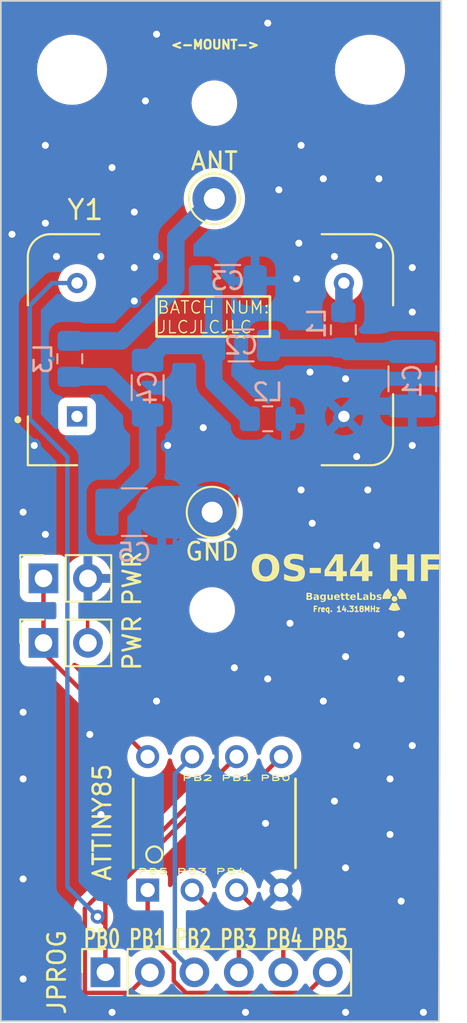
<source format=kicad_pcb>
(kicad_pcb (version 20221018) (generator pcbnew)
  (layers (0 "F.Cu" signal) (31 "B.Cu" signal) (34 "B.Paste" user) (35 "F.Paste" user) (36 "B.SilkS" user "B.Silkscreen") (37 "F.SilkS" user "F.Silkscreen") (38 "B.Mask" user) (39 "F.Mask" user) (44 "Edge.Cuts" user))
  (net 0 "")
  (net 1 "Net-(56pF1-Pad1)")
  (net 2 "GND")
  (net 3 "Net-(C2-Pad2)")
  (net 4 "Net-(C4-Pad2)")
  (net 5 "VCC")
  (net 6 "PB0")
  (net 7 "PB1")
  (net 8 "PB2")
  (net 9 "PB3")
  (net 10 "PB4")
  (net 11 "PB5")
  (net 12 "RF_OUT")
  (net 13 "HF_MOD")
  (footprint "OS44:OSC_ECS-100A-143" (layer "F.Cu") (at 141.51 82.795)
    (fp_text reference "Y1" (at -7.14785 -7.99029) (layer "F.SilkS") (effects (font (size 1.125654 1.125654))))
    (fp_text value "ECS-100A-143" hide)
    (fp_line (start -10.43 -5.3) (end -10.43 -2.54) (stroke (width 0.127)) (layer "F.SilkS"))
    (fp_line (start -10.43 3.81) (end -10.43 6.6) (stroke (width 0.127)) (layer "F.SilkS"))
    (fp_line (start -10.43 6.6) (end -7.62 6.6) (stroke (width 0.127)) (layer "F.SilkS"))
    (fp_line (start -6.35 -6.6) (end -9.15 -6.6) (stroke (width 0.127)) (layer "F.SilkS"))
    (fp_line (start 6.35 -6.6) (end 9.15 -6.6) (stroke (width 0.127)) (layer "F.SilkS"))
    (fp_line (start 6.35 6.6) (end 9.15 6.6) (stroke (width 0.127)) (layer "F.SilkS"))
    (fp_line (start 10.43 -5.3) (end 10.43 -2.54) (stroke (width 0.127)) (layer "F.SilkS"))
    (fp_line (start 10.43 5.3) (end 10.43 2.54) (stroke (width 0.127)) (layer "F.SilkS"))
    (fp_arc (start -10.43 -5.3) (mid -10.059239 -6.215097) (end -9.15 -6.6) (stroke (width 0.127)) (layer "F.SilkS"))
    (fp_arc (start 9.15 -6.6) (mid 10.059239 -6.215097) (end 10.43 -5.3) (stroke (width 0.127)) (layer "F.SilkS"))
    (fp_arc (start 10.43 5.3) (mid 10.059239 6.215097) (end 9.15 6.6) (stroke (width 0.127)) (layer "F.SilkS"))
    (fp_circle (center -11 4) (end -10.9 4) (stroke (width 0.2)) (fill none) (layer "F.SilkS"))
    (pad "1" thru_hole rect (at -7.62 3.81) (size 1.158 1.158) (drill 0.65) (layers "*.Cu" "*.Mask"))
    (pad "7" thru_hole circle (at 7.62 3.81) (size 1.158 1.158) (drill 0.65) (layers "*.Cu" "*.Mask") (net 2 "GND"))
    (pad "8" thru_hole circle (at 7.62 -3.81) (size 1.158 1.158) (drill 0.65) (layers "*.Cu" "*.Mask") (net 13 "HF_MOD"))
    (pad "14" thru_hole circle (at -7.62 -3.81) (size 1.158 1.158) (drill 0.65) (layers "*.Cu" "*.Mask") (net 6 "PB0"))
  )
  (footprint "OS44:ATTINY85" (layer "F.Cu") (at 141.732 109.855 90)
    (fp_text reference "ATTINY85" (at 0.05901 -6.40481 90) (layer "F.SilkS") (effects (font (size 1.000126 1.000126))))
    (fp_text value "ATTINY85-20PU")
    (fp_line (start -2.54 -4.635) (end 2.54 -4.635) (stroke (width 0.1524)) (layer "F.SilkS"))
    (fp_line (start 2.54 4.635) (end -2.54 4.635) (stroke (width 0.1524)) (layer "F.SilkS"))
    (fp_circle (center -1.778 -3.429) (end -1.320097 -3.429) (stroke (width 0.127)) (fill none) (layer "F.SilkS"))
    (pad "1" thru_hole rect (at -3.81 -3.81 90) (size 1.3208 1.3208) (drill 0.8128) (layers "*.Cu" "*.Mask") (net 11 "PB5"))
    (pad "2" thru_hole circle (at -3.81 -1.27 90) (size 1.3208 1.3208) (drill 0.8128) (layers "*.Cu" "*.Mask") (net 9 "PB3"))
    (pad "3" thru_hole circle (at -3.81 1.27 90) (size 1.3208 1.3208) (drill 0.8128) (layers "*.Cu" "*.Mask") (net 10 "PB4"))
    (pad "4" thru_hole circle (at -3.81 3.81 90) (size 1.3208 1.3208) (drill 0.8128) (layers "*.Cu" "*.Mask") (net 2 "GND"))
    (pad "5" thru_hole circle (at 3.81 3.81 90) (size 1.3208 1.3208) (drill 0.8128) (layers "*.Cu" "*.Mask") (net 6 "PB0"))
    (pad "6" thru_hole circle (at 3.81 1.27 90) (size 1.3208 1.3208) (drill 0.8128) (layers "*.Cu" "*.Mask") (net 7 "PB1"))
    (pad "7" thru_hole circle (at 3.81 -1.27 90) (size 1.3208 1.3208) (drill 0.8128) (layers "*.Cu" "*.Mask") (net 8 "PB2"))
    (pad "8" thru_hole circle (at 3.81 -3.81 90) (size 1.3208 1.3208) (drill 0.8128) (layers "*.Cu" "*.Mask") (net 5 "VCC"))
  )
  (footprint "MountingHole:MountingHole_2.1mm" (layer "F.Cu") (at 141.605 97.663)
    (fp_text reference "REF**" hide)
    (fp_text value "MountingHole_2.1mm" hide)
    (pad "" np_thru_hole circle (at 0 0) (size 2.1 2.1) (drill 2.1) (layers "F&B.Cu" "*.Mask"))
  )
  (footprint "MountingHole:MountingHole_3.5mm" (layer "F.Cu") (at 133.604 66.802)
    (fp_text reference "REF**" hide)
    (fp_text value "MountingHole_3.5mm" hide)
    (pad "" np_thru_hole circle (at 0 0) (size 3.5 3.5) (drill 3.5) (layers "F&B.Cu" "*.Mask"))
  )
  (footprint "Connector_PinSocket_2.54mm:PinSocket_1x06_P2.54mm_Vertical" (layer "F.Cu") (at 135.509 118.364 90)
    (fp_text reference "JPROG" (at 0 -2.77 90) (layer "F.SilkS"))
    (fp_text value "PROG")
    (fp_line (start -1.33 1.27) (end -1.33 14.03) (stroke (width 0.12)) (layer "F.SilkS"))
    (fp_line (start -1.33 1.27) (end 1.33 1.27) (stroke (width 0.12)) (layer "F.SilkS"))
    (fp_line (start -1.33 14.03) (end 1.33 14.03) (stroke (width 0.12)) (layer "F.SilkS"))
    (fp_line (start 0 -1.33) (end 1.33 -1.33) (stroke (width 0.12)) (layer "F.SilkS"))
    (fp_line (start 1.33 -1.33) (end 1.33 0) (stroke (width 0.12)) (layer "F.SilkS"))
    (fp_line (start 1.33 1.27) (end 1.33 14.03) (stroke (width 0.12)) (layer "F.SilkS"))
    (pad "1" thru_hole rect (at 0 0 90) (size 1.7 1.7) (drill 1) (layers "*.Cu" "*.Mask") (net 6 "PB0"))
    (pad "2" thru_hole oval (at 0 2.54 90) (size 1.7 1.7) (drill 1) (layers "*.Cu" "*.Mask") (net 7 "PB1"))
    (pad "3" thru_hole oval (at 0 5.08 90) (size 1.7 1.7) (drill 1) (layers "*.Cu" "*.Mask") (net 8 "PB2"))
    (pad "4" thru_hole oval (at 0 7.62 90) (size 1.7 1.7) (drill 1) (layers "*.Cu" "*.Mask") (net 9 "PB3"))
    (pad "5" thru_hole oval (at 0 10.16 90) (size 1.7 1.7) (drill 1) (layers "*.Cu" "*.Mask") (net 10 "PB4"))
    (pad "6" thru_hole oval (at 0 12.7 90) (size 1.7 1.7) (drill 1) (layers "*.Cu" "*.Mask") (net 11 "PB5"))
  )
  (footprint "TestPoint:TestPoint_THTPad_D2.5mm_Drill1.2mm" (layer "F.Cu") (at 141.732 74.168)
    (fp_text reference "ANT" (at 0 -2.148) (layer "F.SilkS"))
    (fp_text value "ANT")
    (fp_circle (center 0 0) (end 0 1.45) (stroke (width 0.12)) (fill none) (layer "F.SilkS"))
    (pad "1" thru_hole circle (at 0 0) (size 2.5 2.5) (drill 1.2) (layers "*.Cu" "*.Mask") (net 12 "RF_OUT"))
  )
  (footprint "MountingHole:MountingHole_2.1mm" (layer "F.Cu") (at 141.732 68.707)
    (fp_text reference "REF**" hide)
    (fp_text value "MountingHole_2.1mm" hide)
    (pad "" np_thru_hole circle (at 0 0) (size 2.1 2.1) (drill 2.1) (layers "*.Cu" "*.Mask"))
  )
  (footprint "Connector_PinSocket_2.54mm:PinSocket_1x02_P2.54mm_Vertical" (layer "F.Cu") (at 131.973 95.86 90)
    (fp_text reference "PWR" (at 0 5.06 90) (layer "F.SilkS"))
    (fp_text value "PWR")
    (fp_line (start -1.33 1.27) (end -1.33 3.87) (stroke (width 0.12)) (layer "F.SilkS"))
    (fp_line (start -1.33 1.27) (end 1.33 1.27) (stroke (width 0.12)) (layer "F.SilkS"))
    (fp_line (start -1.33 3.87) (end 1.33 3.87) (stroke (width 0.12)) (layer "F.SilkS"))
    (fp_line (start 0 -1.33) (end 1.33 -1.33) (stroke (width 0.12)) (layer "F.SilkS"))
    (fp_line (start 1.33 -1.33) (end 1.33 0) (stroke (width 0.12)) (layer "F.SilkS"))
    (fp_line (start 1.33 1.27) (end 1.33 3.87) (stroke (width 0.12)) (layer "F.SilkS"))
    (pad "1" thru_hole rect (at 0 0 90) (size 1.7 1.7) (drill 1) (layers "*.Cu" "*.Mask") (net 5 "VCC"))
    (pad "2" thru_hole oval (at 0 2.54 90) (size 1.7 1.7) (drill 1) (layers "*.Cu" "*.Mask") (net 2 "GND"))
  )
  (footprint "TestPoint:TestPoint_THTPad_D2.5mm_Drill1.2mm" (layer "F.Cu") (at 141.605 92.075)
    (fp_text reference "J4" hide)
    (fp_text value "GND" (at 0 2.25) (layer "F.SilkS"))
    (fp_circle (center 0 0) (end 0 1.45) (stroke (width 0.12)) (fill none) (layer "F.SilkS"))
    (pad "1" thru_hole circle (at 0 0) (size 2.5 2.5) (drill 1.2) (layers "*.Cu" "*.Mask") (net 2 "GND"))
  )
  (footprint "Connector_PinSocket_2.54mm:PinSocket_1x02_P2.54mm_Vertical" (layer "F.Cu") (at 131.973 99.543 90)
    (fp_text reference "PWR" (at 0 5.06 90) (layer "F.SilkS"))
    (fp_text value "PWR")
    (fp_line (start -1.33 1.27) (end -1.33 3.87) (stroke (width 0.12)) (layer "F.SilkS"))
    (fp_line (start -1.33 1.27) (end 1.33 1.27) (stroke (width 0.12)) (layer "F.SilkS"))
    (fp_line (start -1.33 3.87) (end 1.33 3.87) (stroke (width 0.12)) (layer "F.SilkS"))
    (fp_line (start 0 -1.33) (end 1.33 -1.33) (stroke (width 0.12)) (layer "F.SilkS"))
    (fp_line (start 1.33 -1.33) (end 1.33 0) (stroke (width 0.12)) (layer "F.SilkS"))
    (fp_line (start 1.33 1.27) (end 1.33 3.87) (stroke (width 0.12)) (layer "F.SilkS"))
    (pad "1" thru_hole rect (at 0 0 90) (size 1.7 1.7) (drill 1) (layers "*.Cu" "*.Mask"))
    (pad "2" thru_hole oval (at 0 2.54 90) (size 1.7 1.7) (drill 1) (layers "*.Cu" "*.Mask"))
  )
  (footprint "LOGO" (layer "F.Cu") (at 152.019 97.028)
    (fp_text reference "G***" hide)
    (fp_text value "LOGO" hide)
    (fp_poly (pts (xy 0.035774 -0.157215) (xy 0.071463 -0.144734) (xy 0.075009 -0.142986) (xy 0.096485 -0.128657) (xy 0.1179 -0.108505) (xy 0.136255 -0.085613) (xy 0.144861 -0.071241) (xy 0.151238 -0.055291) (xy 0.156672 -0.035867) (xy 0.158549 -0.026238) (xy 0.160194 0.012352) (xy 0.153289 0.048716) (xy 0.138584 0.081804) (xy 0.116832 0.110568) (xy 0.088783 0.133959) (xy 0.055189 0.150927) (xy 0.025907 0.158976) (xy 0.010785 0.161634) (xy -0.000302 0.163329) (xy -0.004377 0.16369) (xy -0.010067 0.162533) (xy -0.021961 0.15996) (xy -0.032816 0.157564) (xy -0.067089 0.146621) (xy -0.095567 0.12978) (xy -0.115908 0.111031) (xy -0.137908 0.082723) (xy -0.151964 0.053368) (xy -0.158549 0.026238) (xy -0.16026 -0.011725) (xy -0.153807 -0.046987) (xy -0.140193 -0.078822) (xy -0.120418 -0.106505) (xy -0.095487 -0.129309) (xy -0.066399 -0.146508) (xy -0.034159 -0.157376) (xy 0.000233 -0.161187)) (fill solid) (layer "F.SilkS"))
    (fp_poly (pts (xy 0.342012 -0.59733) (xy 0.355107 -0.590049) (xy 0.372197 -0.579313) (xy 0.391559 -0.566247) (xy 0.411472 -0.551976) (xy 0.430214 -0.537626) (xy 0.430617 -0.537304) (xy 0.48911 -0.484668) (xy 0.540829 -0.425888) (xy 0.58542 -0.361655) (xy 0.622529 -0.292657) (xy 0.651802 -0.219584) (xy 0.672886 -0.143126) (xy 0.685426 -0.063972) (xy 0.687695 -0.036332) (xy 0.690564 0.009376) (xy 0.552729 0.008317) (xy 0.512073 0.007977) (xy 0.469427 0.007571) (xy 0.427134 0.007126) (xy 0.387538 0.006667) (xy 0.352984 0.006219) (xy 0.329337 0.005867) (xy 0.24378 0.004477) (xy 0.243711 -0.010654) (xy 0.239452 -0.046518) (xy 0.227815 -0.083861) (xy 0.210036 -0.120463) (xy 0.187353 -0.154104) (xy 0.161003 -0.182563) (xy 0.138197 -0.200054) (xy 0.126695 -0.207901) (xy 0.119592 -0.213879) (xy 0.118383 -0.215961) (xy 0.122884 -0.22511) (xy 0.131153 -0.240799) (xy 0.14264 -0.262049) (xy 0.156795 -0.287885) (xy 0.173068 -0.317329) (xy 0.190909 -0.349404) (xy 0.209768 -0.383134) (xy 0.229094 -0.417543) (xy 0.248339 -0.451652) (xy 0.266951 -0.484485) (xy 0.284381 -0.515066) (xy 0.300079 -0.542418) (xy 0.313495 -0.565563) (xy 0.324079 -0.583525) (xy 0.33128 -0.595327) (xy 0.334549 -0.599992) (xy 0.334635 -0.600029)) (fill solid) (layer "F.SilkS"))
    (fp_poly (pts (xy -0.35169 -0.5868) (xy -0.344559 -0.575654) (xy -0.333653 -0.558081) (xy -0.319474 -0.534902) (xy -0.302522 -0.506939) (xy -0.283298 -0.475011) (xy -0.262302 -0.43994) (xy -0.248072 -0.416066) (xy -0.225833 -0.378698) (xy -0.204776 -0.343325) (xy -0.18545 -0.310869) (xy -0.168406 -0.282255) (xy -0.154193 -0.258404) (xy -0.143361 -0.240239) (xy -0.136459 -0.228682) (xy -0.134492 -0.225402) (xy -0.124828 -0.209368) (xy -0.136251 -0.202242) (xy -0.145067 -0.195493) (xy -0.157818 -0.184237) (xy -0.171956 -0.170741) (xy -0.173937 -0.168765) (xy -0.201156 -0.135283) (xy -0.222512 -0.096197) (xy -0.236705 -0.054093) (xy -0.240075 -0.037053) (xy -0.245664 -0.00144) (xy -0.350962 0.001624) (xy -0.388532 0.002555) (xy -0.432149 0.003373) (xy -0.478481 0.00403) (xy -0.524199 0.004482) (xy -0.565972 0.004683) (xy -0.573408 0.004688) (xy -0.690557 0.004688) (xy -0.687431 -0.043005) (xy -0.677573 -0.122218) (xy -0.658568 -0.199734) (xy -0.630557 -0.275145) (xy -0.59368 -0.348044) (xy -0.568239 -0.389081) (xy -0.550637 -0.412873) (xy -0.52738 -0.440363) (xy -0.500343 -0.469658) (xy -0.471397 -0.498864) (xy -0.442416 -0.526088) (xy -0.415272 -0.549438) (xy -0.393032 -0.56621) (xy -0.377088 -0.576901) (xy -0.364181 -0.585226) (xy -0.356165 -0.590005) (xy -0.354546 -0.590697)) (fill solid) (layer "F.SilkS"))
    (fp_poly (pts (xy -0.10311 0.220354) (xy -0.067699 0.233799) (xy -0.027882 0.241106) (xy 0.013534 0.242128) (xy 0.053742 0.236717) (xy 0.077353 0.229879) (xy 0.093603 0.22436) (xy 0.107371 0.220331) (xy 0.114511 0.218841) (xy 0.117488 0.220051) (xy 0.121927 0.224528) (xy 0.128199 0.232877) (xy 0.136674 0.245701) (xy 0.147726 0.263606) (xy 0.161723 0.287196) (xy 0.179039 0.317075) (xy 0.200043 0.353848) (xy 0.225108 0.398119) (xy 0.230605 0.407863) (xy 0.256056 0.452865) (xy 0.277285 0.490362) (xy 0.294511 0.521107) (xy 0.30795 0.545852) (xy 0.317822 0.565352) (xy 0.324343 0.580359) (xy 0.327732 0.591626) (xy 0.328207 0.599906) (xy 0.325985 0.605953) (xy 0.321285 0.61052) (xy 0.314324 0.61436) (xy 0.30532 0.618225) (xy 0.294491 0.622869) (xy 0.293005 0.623549) (xy 0.248663 0.641935) (xy 0.19989 0.658594) (xy 0.151632 0.671892) (xy 0.136887 0.675216) (xy 0.109902 0.679665) (xy 0.076736 0.68322) (xy 0.040052 0.685771) (xy 0.002512 0.687208) (xy -0.033221 0.68742) (xy -0.064484 0.686298) (xy -0.084385 0.684379) (xy -0.165479 0.668423) (xy -0.243967 0.643594) (xy -0.303553 0.617882) (xy -0.320519 0.609171) (xy -0.333699 0.601512) (xy -0.3412 0.596051) (xy -0.34223 0.5945) (xy -0.339971 0.5899) (xy -0.333574 0.578177) (xy -0.323604 0.560316) (xy -0.310626 0.537305) (xy -0.295206 0.510128) (xy -0.277911 0.479774) (xy -0.259306 0.447227) (xy -0.239957 0.413475) (xy -0.220431 0.379505) (xy -0.201291 0.346301) (xy -0.183106 0.314852) (xy -0.16644 0.286142) (xy -0.151859 0.261159) (xy -0.139929 0.240889) (xy -0.131216 0.226319) (xy -0.128245 0.221482) (xy -0.121634 0.210904)) (fill solid) (layer "F.SilkS"))
  )
  (footprint "MountingHole:MountingHole_3.5mm" (layer "F.Cu") (at 150.622 66.802)
    (fp_text reference "REF**" hide)
    (fp_text value "MountingHole_3.5mm" hide)
    (pad "" np_thru_hole circle (at 0 0) (size 3.5 3.5) (drill 3.5) (layers "F&B.Cu" "*.Mask"))
  )
  (footprint "Capacitor_SMD:C_1206_3216Metric_Pad1.33x1.80mm_HandSolder" (layer "B.Cu") (at 143.256 82.55 180)
    (fp_text reference "C2" (at 0 0) (layer "B.SilkS") (effects (justify mirror)))
    (fp_text value "18pF")
    (fp_line (start -0.711252 -0.91) (end 0.711252 -0.91) (stroke (width 0.12)) (layer "B.SilkS"))
    (fp_line (start -0.711252 0.91) (end 0.711252 0.91) (stroke (width 0.12)) (layer "B.SilkS"))
    (pad "1" smd roundrect (at -1.5625 0 180) (size 1.325 1.8) (layers "B.Cu" "B.Paste" "B.Mask") (roundrect_rratio 0.1886792453) (net 1 "Net-(56pF1-Pad1)"))
    (pad "2" smd roundrect (at 1.5625 0 180) (size 1.325 1.8) (layers "B.Cu" "B.Paste" "B.Mask") (roundrect_rratio 0.1886792453) (net 3 "Net-(C2-Pad2)"))
  )
  (footprint "Inductor_SMD:L_0805_2012Metric_Pad1.15x1.40mm_HandSolder" (layer "B.Cu") (at 149.098 81.661 -90)
    (fp_text reference "L1" (at -0.381 1.524 90) (layer "B.SilkS") (effects (justify mirror)))
    (fp_text value "1.5uH")
    (fp_line (start -0.261252 -0.71) (end 0.261252 -0.71) (stroke (width 0.12)) (layer "B.SilkS"))
    (fp_line (start -0.261252 0.71) (end 0.261252 0.71) (stroke (width 0.12)) (layer "B.SilkS"))
    (pad "1" smd roundrect (at -1.025 0 270) (size 1.15 1.4) (layers "B.Cu" "B.Paste" "B.Mask") (roundrect_rratio 0.2173913043) (net 13 "HF_MOD"))
    (pad "2" smd roundrect (at 1.025 0 270) (size 1.15 1.4) (layers "B.Cu" "B.Paste" "B.Mask") (roundrect_rratio 0.2173913043) (net 1 "Net-(56pF1-Pad1)"))
  )
  (footprint "Inductor_SMD:L_0805_2012Metric_Pad1.15x1.40mm_HandSolder" (layer "B.Cu") (at 133.477 83.312 90)
    (fp_text reference "L3" (at 0 -1.524 90) (layer "B.SilkS") (effects (justify mirror)))
    (fp_text value "1.5uH")
    (fp_line (start -0.261252 -0.71) (end 0.261252 -0.71) (stroke (width 0.12)) (layer "B.SilkS"))
    (fp_line (start -0.261252 0.71) (end 0.261252 0.71) (stroke (width 0.12)) (layer "B.SilkS"))
    (pad "1" smd roundrect (at -1.025 0 90) (size 1.15 1.4) (layers "B.Cu" "B.Paste" "B.Mask") (roundrect_rratio 0.2173913043) (net 4 "Net-(C4-Pad2)"))
    (pad "2" smd roundrect (at 1.025 0 90) (size 1.15 1.4) (layers "B.Cu" "B.Paste" "B.Mask") (roundrect_rratio 0.2173913043) (net 12 "RF_OUT"))
  )
  (footprint "Inductor_SMD:L_0805_2012Metric_Pad1.15x1.40mm_HandSolder" (layer "B.Cu") (at 144.78 86.741)
    (fp_text reference "L2" (at 0 -1.524) (layer "B.SilkS") (effects (justify mirror)))
    (fp_text value "1.5uH")
    (fp_line (start -0.261252 -0.71) (end 0.261252 -0.71) (stroke (width 0.12)) (layer "B.SilkS"))
    (fp_line (start -0.261252 0.71) (end 0.261252 0.71) (stroke (width 0.12)) (layer "B.SilkS"))
    (pad "1" smd roundrect (at -1.025 0) (size 1.15 1.4) (layers "B.Cu" "B.Paste" "B.Mask") (roundrect_rratio 0.2173913043) (net 3 "Net-(C2-Pad2)"))
    (pad "2" smd roundrect (at 1.025 0) (size 1.15 1.4) (layers "B.Cu" "B.Paste" "B.Mask") (roundrect_rratio 0.2173913043) (net 2 "GND"))
  )
  (footprint "Capacitor_SMD:C_1206_3216Metric_Pad1.33x1.80mm_HandSolder" (layer "B.Cu") (at 137.922 84.963 -90)
    (fp_text reference "C4" (at 0 0 90) (layer "B.SilkS") (effects (justify mirror)))
    (fp_text value "18pF")
    (fp_line (start -0.711252 -0.91) (end 0.711252 -0.91) (stroke (width 0.12)) (layer "B.SilkS"))
    (fp_line (start -0.711252 0.91) (end 0.711252 0.91) (stroke (width 0.12)) (layer "B.SilkS"))
    (pad "1" smd roundrect (at -1.5625 0 270) (size 1.325 1.8) (layers "B.Cu" "B.Paste" "B.Mask") (roundrect_rratio 0.1886792453) (net 3 "Net-(C2-Pad2)"))
    (pad "2" smd roundrect (at 1.5625 0 270) (size 1.325 1.8) (layers "B.Cu" "B.Paste" "B.Mask") (roundrect_rratio 0.1886792453) (net 4 "Net-(C4-Pad2)"))
  )
  (footprint "Capacitor_SMD:C_1206_3216Metric_Pad1.33x1.80mm_HandSolder" (layer "B.Cu") (at 142.494 78.867)
    (fp_text reference "C3" (at 0 0) (layer "B.SilkS") (effects (justify mirror)))
    (fp_text value "47pF")
    (fp_line (start -0.711252 -0.91) (end 0.711252 -0.91) (stroke (width 0.12)) (layer "B.SilkS"))
    (fp_line (start -0.711252 0.91) (end 0.711252 0.91) (stroke (width 0.12)) (layer "B.SilkS"))
    (pad "1" smd roundrect (at -1.5625 0) (size 1.325 1.8) (layers "B.Cu" "B.Paste" "B.Mask") (roundrect_rratio 0.1886792453) (net 3 "Net-(C2-Pad2)"))
    (pad "2" smd roundrect (at 1.5625 0) (size 1.325 1.8) (layers "B.Cu" "B.Paste" "B.Mask") (roundrect_rratio 0.1886792453) (net 2 "GND"))
  )
  (footprint "Capacitor_SMD:C_1210_3225Metric_Pad1.33x2.70mm_HandSolder" (layer "B.Cu") (at 137.16 92.075)
    (fp_text reference "C5" (at 0 2.3) (layer "B.SilkS") (effects (justify mirror)))
    (fp_text value "56pF")
    (fp_line (start -0.711252 -1.36) (end 0.711252 -1.36) (stroke (width 0.12)) (layer "B.SilkS"))
    (fp_line (start -0.711252 1.36) (end 0.711252 1.36) (stroke (width 0.12)) (layer "B.SilkS"))
    (pad "1" smd roundrect (at -1.5625 0) (size 1.325 2.7) (layers "B.Cu" "B.Paste" "B.Mask") (roundrect_rratio 0.1886792453) (net 4 "Net-(C4-Pad2)"))
    (pad "2" smd roundrect (at 1.5625 0) (size 1.325 2.7) (layers "B.Cu" "B.Paste" "B.Mask") (roundrect_rratio 0.1886792453) (net 2 "GND"))
  )
  (footprint "Capacitor_SMD:C_1210_3225Metric_Pad1.33x2.70mm_HandSolder" (layer "B.Cu") (at 153.035 84.455 -90)
    (fp_text reference "C1" (at 0.127 0 90) (layer "B.SilkS") (effects (justify mirror)))
    (fp_text value "C")
    (fp_line (start -0.711252 -1.36) (end 0.711252 -1.36) (stroke (width 0.12)) (layer "B.SilkS"))
    (fp_line (start -0.711252 1.36) (end 0.711252 1.36) (stroke (width 0.12)) (layer "B.SilkS"))
    (pad "1" smd roundrect (at -1.5625 0 270) (size 1.325 2.7) (layers "B.Cu" "B.Paste" "B.Mask") (roundrect_rratio 0.1886792453) (net 1 "Net-(56pF1-Pad1)"))
    (pad "2" smd roundrect (at 1.5625 0 270) (size 1.325 2.7) (layers "B.Cu" "B.Paste" "B.Mask") (roundrect_rratio 0.1886792453) (net 2 "GND"))
  )
  (gr_line (start 134.493 99.568) (end 134.493 95.758) (stroke (width 0.2)) (layer "F.Cu"))
  (gr_rect (start 138.43 79.756) (end 144.907 82.042) (stroke (width 0.15)) (fill none) (layer "F.SilkS"))
  (gr_line (start 154.559 121.158) (end 154.559 120.777) (stroke (width 0.1)) (layer "Edge.Cuts"))
  (gr_line (start 129.54 62.865) (end 154.686 62.865) (stroke (width 0.1)) (layer "Edge.Cuts"))
  (gr_line (start 129.54 121.158) (end 129.54 62.865) (stroke (width 0.1)) (layer "Edge.Cuts"))
  (gr_line (start 129.54 121.158) (end 154.559 121.158) (stroke (width 0.1)) (layer "Edge.Cuts"))
  (gr_line (start 154.686 62.865) (end 154.559 120.777) (stroke (width 0.1)) (layer "Edge.Cuts"))
  (gr_text "<-MOUNT->" (at 139.192 65.659) (layer "F.SilkS") (effects (font (size 0.5 0.5) (thickness 0.125) bold) (justify left bottom)))
  (gr_text "BaguetteLabs" (at 146.939 97.155) (layer "F.SilkS") (effects (font (size 0.4 0.4) (thickness 0.1) bold) (justify left bottom)))
  (gr_text "OS-44 HF" (at 143.764 96.266) (layer "F.SilkS") (effects (font (size 1.5 1.5) (thickness 0.3) bold) (justify left bottom)))
  (gr_text "PB0 PB1 PB2 PB3 PB4 PB5" (at 134.179 117.034) (layer "F.SilkS") (effects (font (size 1 0.7)) (justify left bottom)))
  (gr_text "PB5 PB3 PB4" (at 137.287 112.776) (layer "F.SilkS") (effects (font (size 0.3 0.6) (thickness 0.075)) (justify left bottom)))
  (gr_text "BATCH NUM: \nJLCJLCJLC" (at 138.43 81.915) (layer "F.SilkS") (effects (font (size 0.7 0.7) (thickness 0.075) bold) (justify left bottom)))
  (gr_text "Freq. 14.318MHz" (at 147.32 97.79) (layer "F.SilkS") (effects (font (size 0.3 0.3) (thickness 0.075) bold) (justify left bottom)))
  (gr_text "PB2 PB1 PB0" (at 139.827 107.442) (layer "F.SilkS") (effects (font (size 0.3 0.6) (thickness 0.075)) (justify left bottom)))
  (segment (start 149.098 82.686) (end 144.9545 82.686) (width 1) (layer "B.Cu") (net 1))
  (segment (start 149.3045 82.8925) (end 149.098 82.686) (width 1) (layer "B.Cu") (net 1))
  (segment (start 144.9545 82.686) (end 144.8185 82.55) (width 1) (layer "B.Cu") (net 1))
  (segment (start 153.035 82.8925) (end 149.3045 82.8925) (width 1) (layer "B.Cu") (net 1))
  (segment (start 151.6855 82.813) (end 151.765 82.8925) (width 1) (layer "B.Cu") (net 1))
  (segment (start 141.605 92.075) (end 141.605 89.535) (width 3) (layer "F.Cu") (net 2))
  (segment (start 144.535 86.605) (end 149.13 86.605) (width 3) (layer "F.Cu") (net 2))
  (segment (start 137.82 95.86) (end 141.605 92.075) (width 0.25) (layer "F.Cu") (net 2))
  (segment (start 141.605 89.535) (end 144.535 86.605) (width 3) (layer "F.Cu") (net 2))
  (segment (start 134.513 95.86) (end 137.82 95.86) (width 0.25) (layer "F.Cu") (net 2))
  (via (at 132.08 71.12) (size 0.8) (drill 0.4) (layers "F.Cu" "B.Cu") (net 2))
  (via (at 149.225 100.33) (size 0.8) (drill 0.4) (layers "F.Cu" "B.Cu") (net 2))
  (via (at 130.81 113.03) (size 0.8) (drill 0.4) (layers "F.Cu" "B.Cu") (net 2))
  (via (at 151.765 107.315) (size 0.8) (drill 0.4) (layers "F.Cu" "B.Cu") (net 2))
  (via (at 130.81 92.075) (size 0.8) (drill 0.4) (layers "F.Cu" "B.Cu") (net 2))
  (via (at 149.225 120.65) (size 0.8) (drill 0.4) (layers "F.Cu" "B.Cu") (net 2))
  (via (at 147.955 102.87) (size 0.8) (drill 0.4) (layers "F.Cu" "B.Cu") (net 2))
  (via (at 149.225 112.395) (size 0.8) (drill 0.4) (layers "F.Cu" "B.Cu") (net 2))
  (via (at 137.16 78.105) (size 0.8) (drill 0.4) (layers "F.Cu" "B.Cu") (net 2))
  (via (at 145.415 73.66) (size 0.8) (drill 0.4) (layers "F.Cu" "B.Cu") (net 2))
  (via (at 152.4 99.06) (size 0.8) (drill 0.4) (layers "F.Cu" "B.Cu") (net 2))
  (via (at 139.065 88.265) (size 0.8) (drill 0.4) (layers "F.Cu" "B.Cu") (net 2))
  (via (at 135.89 72.39) (size 0.8) (drill 0.4) (layers "F.Cu" "B.Cu") (net 2))
  (via (at 146.685 71.12) (size 0.8) (drill 0.4) (layers "F.Cu" "B.Cu") (net 2))
  (via (at 146.431 78.74) (size 0.8) (drill 0.4) (layers "F.Cu" "B.Cu") (net 2))
  (via (at 148.59 77.47) (size 0.8) (drill 0.4) (layers "F.Cu" "B.Cu") (net 2))
  (via (at 135.89 120.65) (size 0.8) (drill 0.4) (layers "F.Cu" "B.Cu") (net 2))
  (via (at 153.035 80.645) (size 0.8) (drill 0.4) (layers "F.Cu" "B.Cu") (net 2))
  (via (at 135.255 77.47) (size 0.8) (drill 0.4) (layers "F.Cu" "B.Cu") (net 2))
  (via (at 149.225 84.455) (size 0.8) (drill 0.4) (layers "F.Cu" "B.Cu") (net 2))
  (via (at 134.62 104.775) (size 0.8) (drill 0.4) (layers "F.Cu" "B.Cu") (net 2))
  (via (at 148.59 108.585) (size 0.8) (drill 0.4) (layers "F.Cu" "B.Cu") (net 2))
  (via (at 130.81 118.745) (size 0.8) (drill 0.4) (layers "F.Cu" "B.Cu") (net 2))
  (via (at 138.43 77.47) (size 0.8) (drill 0.4) (layers "F.Cu" "B.Cu") (net 2))
  (via (at 152.4 101.6) (size 0.8) (drill 0.4) (layers "F.Cu" "B.Cu") (net 2))
  (via (at 135.255 109.347) (size 0.8) (drill 0.4) (layers "F.Cu" "B.Cu") (net 2))
  (via (at 132.08 93.345) (size 0.8) (drill 0.4) (layers "F.Cu" "B.Cu") (net 2))
  (via (at 153.035 88.265) (size 0.8) (drill 0.4) (layers "F.Cu" "B.Cu") (net 2))
  (via (at 153.035 105.41) (size 0.8) (drill 0.4) (layers "F.Cu" "B.Cu") (net 2))
  (via (at 151.765 110.49) (size 0.8) (drill 0.4) (layers "F.Cu" "B.Cu") (net 2))
  (via (at 144.78 101.6) (size 0.8) (drill 0.4) (layers "F.Cu" "B.Cu") (net 2))
  (via (at 144.653 109.855) (size 0.8) (drill 0.4) (layers "F.Cu" "B.Cu") (net 2))
  (via (at 143.51 120.65) (size 0.8) (drill 0.4) (layers "F.Cu" "B.Cu") (net 2))
  (via (at 147.955 73.025) (size 0.8) (drill 0.4) (layers "F.Cu" "B.Cu") (net 2))
  (via (at 147.193 84.074) (size 0.8) (drill 0.4) (layers "F.Cu" "B.Cu") (net 2))
  (via (at 149.86 105.41) (size 0.8) (drill 0.4) (layers "F.Cu" "B.Cu") (net 2))
  (via (at 146.685 90.805) (size 0.8) (drill 0.4) (layers "F.Cu" "B.Cu") (net 2))
  (via (at 151.13 73.025) (size 0.8) (drill 0.4) (layers "F.Cu" "B.Cu") (net 2))
  (via (at 153.035 78.105) (size 0.8) (drill 0.4) (layers "F.Cu" "B.Cu") (net 2))
  (via (at 151.003 93.98) (size 0.8) (drill 0.4) (layers "F.Cu" "B.Cu") (net 2))
  (via (at 130.81 103.505) (size 0.8) (drill 0.4) (layers "F.Cu" "B.Cu") (net 2))
  (via (at 147.32 92.71) (size 0.8) (drill 0.4) (layers "F.Cu" "B.Cu") (net 2))
  (via (at 132.08 75.565) (size 0.8) (drill 0.4) (layers "F.Cu" "B.Cu") (net 2))
  (via (at 130.81 107.315) (size 0.8) (drill 0.4) (layers "F.Cu" "B.Cu") (net 2))
  (via (at 132.715 77.47) (size 0.8) (drill 0.4) (layers "F.Cu" "B.Cu") (net 2))
  (via (at 152.4 114.3) (size 0.8) (drill 0.4) (layers "F.Cu" "B.Cu") (net 2))
  (via (at 141.097 87.249) (size 0.8) (drill 0.4) (layers "F.Cu" "B.Cu") (net 2))
  (via (at 138.43 64.77) (size 0.8) (drill 0.4) (layers "F.Cu" "B.Cu") (net 2))
  (via (at 146.05 98.425) (size 0.8) (drill 0.4) (layers "F.Cu" "B.Cu") (net 2))
  (via (at 150.495 90.805) (size 0.8) (drill 0.4) (layers "F.Cu" "B.Cu") (net 2))
  (via (at 146.558 76.708) (size 0.8) (drill 0.4) (layers "F.Cu" "B.Cu") (net 2))
  (via (at 131.445 88.265) (size 0.8) (drill 0.4) (layers "F.Cu" "B.Cu") (net 2))
  (via (at 149.86 88.9) (size 0.8) (drill 0.4) (layers "F.Cu" "B.Cu") (net 2))
  (via (at 137.795 68.58) (size 0.8) (drill 0.4) (layers "F.Cu" "B.Cu") (net 2))
  (via (at 137.16 74.93) (size 0.8) (drill 0.4) (layers "F.Cu" "B.Cu") (net 2))
  (via (at 142.875 100.965) (size 0.8) (drill 0.4) (layers "F.Cu" "B.Cu") (net 2))
  (via (at 137.16 80.01) (size 0.8) (drill 0.4) (layers "F.Cu" "B.Cu") (net 2))
  (via (at 138.43 102.87) (size 0.8) (drill 0.4) (layers "F.Cu" "B.Cu") (net 2))
  (via (at 151.13 76.835) (size 0.8) (drill 0.4) (layers "F.Cu" "B.Cu") (net 2))
  (via (at 153.67 120.65) (size 0.8) (drill 0.4) (layers "F.Cu" "B.Cu") (net 2))
  (via (at 144.78 64.135) (size 0.8) (drill 0.4) (layers "F.Cu" "B.Cu") (net 2))
  (via (at 130.175 76.2) (size 0.8) (drill 0.4) (layers "F.Cu" "B.Cu") (net 2))
  (segment (start 149.7175 86.0175) (end 149.13 86.605) (width 1) (layer "B.Cu") (net 2))
  (segment (start 139.48 92.295) (end 139.7 92.075) (width 0.25) (layer "B.Cu") (net 2))
  (segment (start 142.0166 102.5196) (end 139.48 99.983) (width 0.25) (layer "B.Cu") (net 2))
  (segment (start 141.859 102.6772) (end 142.0166 102.5196) (width 0.25) (layer "B.Cu") (net 2))
  (segment (start 142.0166 110.1396) (end 142.0166 107.3456) (width 0.25) (layer "B.Cu") (net 2))
  (segment (start 139.48 99.983) (end 139.48 92.295) (width 0.25) (layer "B.Cu") (net 2))
  (segment (start 145.542 113.665) (end 142.0166 110.1396) (width 0.25) (layer "B.Cu") (net 2))
  (segment (start 149.7175 86.0175) (end 153.035 86.0175) (width 1) (layer "B.Cu") (net 2))
  (segment (start 141.605 92.075) (end 139.7 92.075) (width 3) (layer "B.Cu") (net 2))
  (segment (start 148.994 86.741) (end 149.13 86.605) (width 1) (layer "B.Cu") (net 2))
  (segment (start 141.859 107.188) (end 141.859 102.6772) (width 0.25) (layer "B.Cu") (net 2))
  (segment (start 139.7 92.075) (end 138.7225 92.075) (width 3) (layer "B.Cu") (net 2))
  (segment (start 142.0166 107.3456) (end 141.859 107.188) (width 0.25) (layer "B.Cu") (net 2))
  (segment (start 141.6935 84.6795) (end 143.755 86.741) (width 1) (layer "B.Cu") (net 3))
  (segment (start 141.6935 79.629) (end 140.9315 78.867) (width 1) (layer "B.Cu") (net 3))
  (segment (start 141.6935 82.55) (end 138.7725 82.55) (width 1) (layer "B.Cu") (net 3))
  (segment (start 141.6935 82.55) (end 141.6935 84.6795) (width 1) (layer "B.Cu") (net 3))
  (segment (start 141.6935 82.55) (end 141.6935 79.629) (width 1) (layer "B.Cu") (net 3))
  (segment (start 138.7725 82.55) (end 137.922 83.4005) (width 1) (layer "B.Cu") (net 3))
  (segment (start 137.922 89.7505) (end 135.5975 92.075) (width 1) (layer "B.Cu") (net 4))
  (segment (start 137.922 86.5255) (end 137.922 89.7505) (width 1) (layer "B.Cu") (net 4))
  (segment (start 137.922 86.5255) (end 135.7335 84.337) (width 1) (layer "B.Cu") (net 4))
  (segment (start 135.7335 84.337) (end 133.477 84.337) (width 1) (layer "B.Cu") (net 4))
  (segment (start 137.922 106.045) (end 131.973 100.096) (width 0.25) (layer "F.Cu") (net 5))
  (segment (start 131.973 100.096) (end 131.973 95.86) (width 0.25) (layer "F.Cu") (net 5))
  (segment (start 141.860396 107.823) (end 135.509 114.174396) (width 0.25) (layer "F.Cu") (net 6))
  (segment (start 143.764 107.823) (end 141.860396 107.823) (width 0.25) (layer "F.Cu") (net 6))
  (segment (start 135.509 114.174396) (end 135.509 115.57) (width 0.25) (layer "F.Cu") (net 6))
  (segment (start 135.44 115.57) (end 135.509 115.57) (width 0.25) (layer "F.Cu") (net 6))
  (segment (start 145.542 106.045) (end 143.764 107.823) (width 0.25) (layer "F.Cu") (net 6))
  (segment (start 135.509 118.364) (end 135.509 115.57) (width 0.25) (layer "F.Cu") (net 6))
  (segment (start 135.059 115.189) (end 135.44 115.57) (width 0.25) (layer "F.Cu") (net 6))
  (via (at 135.059 115.189) (size 0.8) (drill 0.4) (layers "F.Cu" "B.Cu") (net 6))
  (segment (start 133.338 88.912) (end 131.191 86.765) (width 0.25) (layer "B.Cu") (net 6))
  (segment (start 131.191 80.264) (end 132.47 78.985) (width 0.25) (layer "B.Cu") (net 6))
  (segment (start 133.338 113.468) (end 135.059 115.189) (width 0.25) (layer "B.Cu") (net 6))
  (segment (start 132.47 78.985) (end 133.89 78.985) (width 0.25) (layer "B.Cu") (net 6))
  (segment (start 131.191 86.765) (end 131.191 80.264) (width 0.25) (layer "B.Cu") (net 6))
  (segment (start 133.338 88.912) (end 133.338 113.468) (width 0.25) (layer "B.Cu") (net 6))
  (segment (start 134.334 114.713) (end 143.002 106.045) (width 0.25) (layer "F.Cu") (net 7))
  (segment (start 138.049 118.364) (end 136.874 119.539) (width 0.25) (layer "F.Cu") (net 7))
  (segment (start 134.334 119.539) (end 134.334 114.713) (width 0.25) (layer "F.Cu") (net 7))
  (segment (start 136.874 119.539) (end 134.334 119.539) (width 0.25) (layer "F.Cu") (net 7))
  (segment (start 139.4746 107.0324) (end 139.4746 117.2496) (width 0.254) (layer "B.Cu") (net 8))
  (segment (start 139.4746 117.2496) (end 140.589 118.364) (width 0.254) (layer "B.Cu") (net 8))
  (segment (start 140.462 106.045) (end 139.4746 107.0324) (width 0.254) (layer "B.Cu") (net 8))
  (segment (start 143.129 118.364) (end 143.129 116.332) (width 0.25) (layer "F.Cu") (net 9))
  (segment (start 143.129 116.332) (end 140.462 113.665) (width 0.25) (layer "F.Cu") (net 9))
  (segment (start 145.669 116.332) (end 143.002 113.665) (width 0.25) (layer "F.Cu") (net 10))
  (segment (start 145.669 118.364) (end 145.669 116.332) (width 0.25) (layer "F.Cu") (net 10))
  (segment (start 139.414 118.850701) (end 139.414 117.825396) (width 0.25) (layer "F.Cu") (net 11))
  (segment (start 148.209 118.364) (end 147.034 119.539) (width 0.25) (layer "F.Cu") (net 11))
  (segment (start 147.034 119.539) (end 140.102299 119.539) (width 0.25) (layer "F.Cu") (net 11))
  (segment (start 140.102299 119.539) (end 139.414 118.850701) (width 0.25) (layer "F.Cu") (net 11))
  (segment (start 139.414 117.825396) (end 137.922 116.333396) (width 0.25) (layer "F.Cu") (net 11))
  (segment (start 137.922 116.333396) (end 137.922 113.665) (width 0.25) (layer "F.Cu") (net 11))
  (segment (start 136.438635 82.287) (end 139.53 79.195635) (width 1) (layer "B.Cu") (net 12))
  (segment (start 139.53 76.37) (end 141.732 74.168) (width 1) (layer "B.Cu") (net 12))
  (segment (start 133.477 82.287) (end 136.438635 82.287) (width 1) (layer "B.Cu") (net 12))
  (segment (start 139.53 79.195635) (end 139.53 76.37) (width 1) (layer "B.Cu") (net 12))
  (segment (start 149.13 78.985) (end 149.13 80.731) (width 1) (layer "B.Cu") (net 13))
  (segment (start 149.13 80.731) (end 149.098 80.763) (width 1) (layer "B.Cu") (net 13))
  (zone (net 2) (net_name "GND") (layer "F.Cu") (connect_pads (clearance 0.5)) (min_thickness 0.25) (fill yes (thermal_gap 0.5) (thermal_bridge_width 0.5))
    (polygon (pts (xy 129.54 62.865) (xy 129.54 121.285) (xy 154.94 121.285) (xy 154.94 62.865)))
  )
  (zone (net 2) (net_name "GND") (layer "B.Cu") (priority 1) (connect_pads (clearance 0.5)) (min_thickness 0.25) (fill yes (thermal_gap 0.5) (thermal_bridge_width 0.5))
    (polygon (pts (xy 129.54 62.865) (xy 129.54 121.285) (xy 154.94 121.285) (xy 154.94 62.865)))
  )
)
</source>
